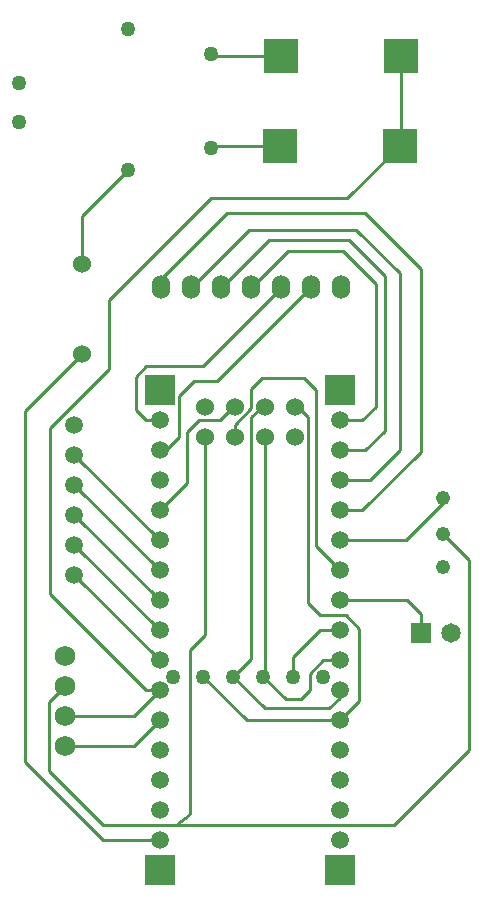
<source format=gtl>
G04 Layer: TopLayer*
G04 EasyEDA v6.5.40, 2024-04-09 13:00:43*
G04 45367eb91e814c0fbe99eb78d241ce03,df7e7e3c38a3447abd37b529b333d242,10*
G04 Gerber Generator version 0.2*
G04 Scale: 100 percent, Rotated: No, Reflected: No *
G04 Dimensions in millimeters *
G04 leading zeros omitted , absolute positions ,4 integer and 5 decimal *
%FSLAX45Y45*%
%MOMM*%

%ADD10C,0.2540*%
%ADD11C,1.5240*%
%ADD12O,1.5400019999999999X1.9999959999999999*%
%ADD13C,1.5000*%
%ADD14R,2.5400X2.5400*%
%ADD15C,1.2116*%
%ADD16R,1.6510X1.6510*%
%ADD17C,1.6510*%
%ADD18C,1.7500*%
%ADD19C,1.2600*%
%ADD20R,3.0000X3.0000*%

%LPD*%
D10*
X2273300Y3225800D02*
G01*
X2273300Y1549400D01*
X2146300Y1422400D01*
X2146300Y29210D01*
X2028190Y-63500D01*
X1168400Y2057400D02*
G01*
X1892300Y1333500D01*
X1168400Y2311400D02*
G01*
X1892300Y1587500D01*
X1168400Y2565400D02*
G01*
X1892300Y1841500D01*
X1168400Y3073400D02*
G01*
X1892300Y2349500D01*
X1168400Y2819400D02*
G01*
X1892300Y2095500D01*
X749300Y469900D02*
G01*
X749300Y3441700D01*
X1231900Y3924300D01*
X1460500Y3797300D02*
G01*
X965200Y3302000D01*
X965200Y1892300D01*
X1778000Y1079500D01*
X1778000Y1079500D02*
G01*
X1892300Y1079500D01*
X3924300Y5689600D02*
G01*
X3479800Y5245100D01*
X2324100Y5245100D01*
X1460500Y4381500D01*
X1460500Y3797300D01*
X1854200Y1841500D02*
G01*
X1892300Y1841500D01*
X4102100Y1562100D02*
G01*
X4102100Y1727200D01*
X3987800Y1841500D01*
X3416300Y1841500D01*
X3416300Y2349500D02*
G01*
X3975100Y2349500D01*
X4292600Y2667000D01*
X4292600Y2705100D01*
X2527300Y3479800D02*
G01*
X2514600Y3479800D01*
X2400300Y3365500D01*
X2222500Y3365500D01*
X2120900Y3263900D01*
X2120900Y2832100D01*
X1892300Y2603500D01*
X3035300Y3479800D02*
G01*
X3060700Y3479800D01*
X3149600Y3390900D01*
X3149600Y1816100D01*
X3251200Y1714500D01*
X3467100Y1714500D01*
X3581400Y1600200D01*
X3581400Y990600D01*
X3416300Y825500D01*
X2527300Y3225800D02*
G01*
X2527300Y3327400D01*
X2667000Y3467100D01*
X2667000Y3632200D01*
X2755900Y3721100D01*
X3111500Y3721100D01*
X3213100Y3619500D01*
X3213100Y2298700D01*
X3416300Y2095500D01*
X2781300Y3225800D02*
G01*
X2781300Y1207388D01*
X2768600Y1194688D01*
X2781300Y3479800D02*
G01*
X2755900Y3479800D01*
X2667000Y3390900D01*
X2667000Y1347088D01*
X2514600Y1194688D01*
X4305300Y2400300D02*
G01*
X4292600Y2400300D01*
X2413000Y4489450D02*
G01*
X2813050Y4889500D01*
X3492500Y4889500D01*
X3797300Y4584700D01*
X3797300Y3276600D01*
X3632200Y3111500D01*
X3416300Y3111500D01*
X2159000Y4489450D02*
G01*
X2647950Y4978400D01*
X3556000Y4978400D01*
X3924300Y4610100D01*
X3924300Y3111500D01*
X3670300Y2857500D01*
X3416300Y2857500D01*
X2768600Y1194688D02*
G01*
X2959988Y1003300D01*
X3086100Y1003300D01*
X3162300Y1079500D01*
X3162300Y1219200D01*
X3276600Y1333500D01*
X3416300Y1333500D01*
X3022600Y1194688D02*
G01*
X3022600Y1358900D01*
X3251200Y1587500D01*
X3416300Y1587500D01*
X1092200Y609600D02*
G01*
X1676400Y609600D01*
X1892300Y825500D01*
X1231900Y4686300D02*
G01*
X1231900Y5099812D01*
X1618487Y5486400D01*
X3924300Y5689600D02*
G01*
X3937000Y5702300D01*
X3937000Y6451600D01*
X2324100Y6470599D02*
G01*
X2343099Y6451600D01*
X2921000Y6451600D01*
X2260600Y1194688D02*
G01*
X2629788Y825500D01*
X3416300Y825500D01*
X2514600Y1194688D02*
G01*
X2782188Y927100D01*
X3327400Y927100D01*
X3416300Y1016000D01*
X3416300Y1079500D01*
X1092200Y863600D02*
G01*
X1676400Y863600D01*
X1892300Y1079500D01*
X1905000Y4489450D02*
G01*
X1905000Y4559300D01*
X2463800Y5118100D01*
X3632200Y5118100D01*
X4102100Y4648200D01*
X4102100Y3098800D01*
X3606800Y2603500D01*
X3416300Y2603500D01*
X2667000Y4489450D02*
G01*
X2978150Y4800600D01*
X3441700Y4800600D01*
X3721100Y4521200D01*
X3721100Y3479800D01*
X3606800Y3365500D01*
X3416300Y3365500D01*
X1892300Y-190500D02*
G01*
X1409700Y-190500D01*
X749300Y469900D01*
X2324100Y5670600D02*
G01*
X2343099Y5689600D01*
X2908300Y5689600D01*
X1092200Y1117600D02*
G01*
X952500Y977900D01*
X952500Y393700D01*
X1409700Y-63500D01*
X3873500Y-63500D01*
X4508500Y571500D01*
X4508500Y2184400D01*
X4292600Y2400300D01*
X2921000Y4489450D02*
G01*
X2254250Y3822700D01*
X1778000Y3822700D01*
X1689100Y3733800D01*
X1689100Y3454400D01*
X1778000Y3365500D01*
X1892300Y3365500D01*
X3175000Y4495800D02*
G01*
X2374900Y3695700D01*
X2184400Y3695700D01*
X2057400Y3568700D01*
X2057400Y3225800D01*
X1943100Y3111500D01*
X1892300Y3111500D01*
D11*
G01*
X2273300Y3225800D03*
G01*
X2527300Y3225800D03*
G01*
X2781300Y3225800D03*
G01*
X3035300Y3225800D03*
G01*
X3035300Y3479800D03*
G01*
X2781300Y3479800D03*
G01*
X2527300Y3479800D03*
G01*
X2273300Y3479800D03*
D12*
G01*
X1905000Y4495800D03*
G01*
X2159000Y4495800D03*
G01*
X2667000Y4495800D03*
G01*
X2921000Y4495800D03*
G01*
X2413000Y4495800D03*
G01*
X3175000Y4495800D03*
G01*
X3429000Y4495800D03*
D13*
G01*
X3416300Y-190500D03*
G01*
X3416300Y63500D03*
G01*
X3416300Y317500D03*
G01*
X3416300Y571500D03*
G01*
X3416300Y825500D03*
G01*
X3416300Y1079500D03*
G01*
X3416300Y1333500D03*
G01*
X3416300Y1587500D03*
G01*
X3416300Y1841500D03*
G01*
X3416300Y2095500D03*
G01*
X3416300Y2349500D03*
G01*
X3416300Y2603500D03*
G01*
X3416300Y2857500D03*
G01*
X3416300Y3111500D03*
G01*
X3416300Y3365500D03*
G01*
X1892300Y3365500D03*
G01*
X1892300Y3111500D03*
G01*
X1892300Y2857500D03*
G01*
X1892300Y2603500D03*
G01*
X1892300Y2349500D03*
G01*
X1892300Y2095500D03*
G01*
X1892300Y1841500D03*
G01*
X1892300Y1587500D03*
G01*
X1892300Y1333500D03*
G01*
X1892300Y1079500D03*
G01*
X1892300Y825500D03*
G01*
X1892300Y571500D03*
G01*
X1892300Y317500D03*
G01*
X1892300Y63500D03*
G01*
X1892300Y-190500D03*
D14*
G01*
X1892300Y-444500D03*
G01*
X3416300Y-444500D03*
G01*
X3416300Y3619500D03*
G01*
X1892300Y3619500D03*
D13*
G01*
X1168400Y2057400D03*
G01*
X1168400Y2311400D03*
G01*
X1168400Y2565400D03*
G01*
X1168400Y2819400D03*
G01*
X1168400Y3073400D03*
G01*
X1168400Y3327400D03*
D15*
G01*
X4292600Y2120900D03*
G01*
X4292600Y2400300D03*
G01*
X4292600Y2705100D03*
D16*
G01*
X4102100Y1562100D03*
D17*
G01*
X4356100Y1562100D03*
D18*
G01*
X1092200Y609600D03*
G01*
X1092200Y863600D03*
G01*
X1092200Y1117600D03*
G01*
X1092200Y1371600D03*
D19*
G01*
X2006600Y1194688D03*
G01*
X2260600Y1194688D03*
G01*
X2514600Y1194688D03*
G01*
X2768600Y1194688D03*
G01*
X3022600Y1194688D03*
G01*
X3276600Y1194688D03*
G01*
X2324100Y5670600D03*
G01*
X2324100Y6470599D03*
G01*
X1618487Y6680200D03*
G01*
X1618487Y5486400D03*
G01*
X698500Y6223000D03*
G01*
X698500Y5892800D03*
D20*
G01*
X2921000Y6451600D03*
G01*
X3937000Y6451600D03*
G01*
X3924300Y5689600D03*
G01*
X2908300Y5689600D03*
D11*
G01*
X1231900Y3924300D03*
G01*
X1231900Y4686300D03*
M02*

</source>
